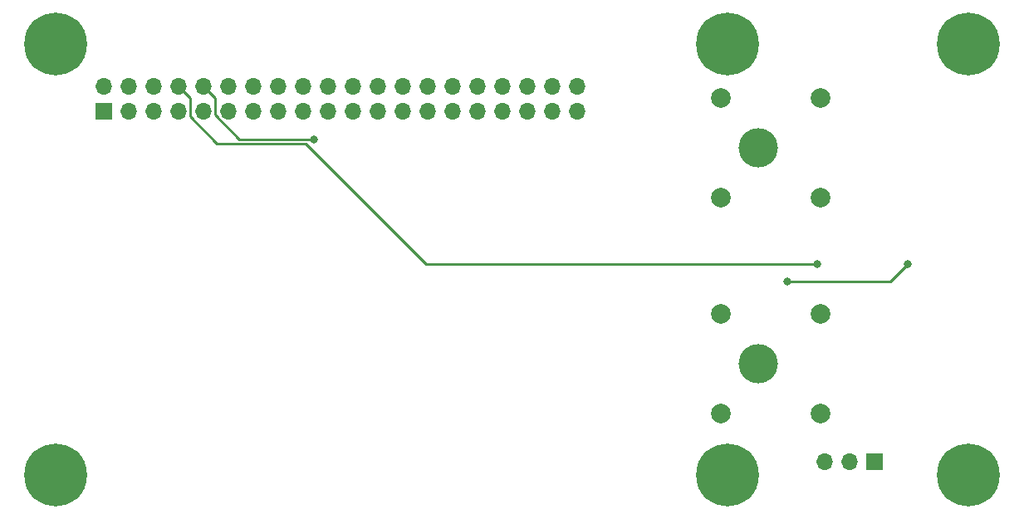
<source format=gbl>
G04 #@! TF.GenerationSoftware,KiCad,Pcbnew,5.1.9+dfsg1-1~bpo10+1*
G04 #@! TF.CreationDate,2022-03-28T22:50:56+02:00*
G04 #@! TF.ProjectId,serial-wio,73657269-616c-42d7-9769-6f2e6b696361,rev?*
G04 #@! TF.SameCoordinates,Original*
G04 #@! TF.FileFunction,Copper,L2,Bot*
G04 #@! TF.FilePolarity,Positive*
%FSLAX46Y46*%
G04 Gerber Fmt 4.6, Leading zero omitted, Abs format (unit mm)*
G04 Created by KiCad (PCBNEW 5.1.9+dfsg1-1~bpo10+1) date 2022-03-28 22:50:56*
%MOMM*%
%LPD*%
G01*
G04 APERTURE LIST*
G04 #@! TA.AperFunction,ComponentPad*
%ADD10C,0.800000*%
G04 #@! TD*
G04 #@! TA.AperFunction,ComponentPad*
%ADD11C,6.400000*%
G04 #@! TD*
G04 #@! TA.AperFunction,ComponentPad*
%ADD12C,2.000000*%
G04 #@! TD*
G04 #@! TA.AperFunction,ComponentPad*
%ADD13C,4.000000*%
G04 #@! TD*
G04 #@! TA.AperFunction,ComponentPad*
%ADD14O,1.700000X1.700000*%
G04 #@! TD*
G04 #@! TA.AperFunction,ComponentPad*
%ADD15R,1.700000X1.700000*%
G04 #@! TD*
G04 #@! TA.AperFunction,ViaPad*
%ADD16C,0.800000*%
G04 #@! TD*
G04 #@! TA.AperFunction,Conductor*
%ADD17C,0.250000*%
G04 #@! TD*
G04 APERTURE END LIST*
D10*
X178127056Y-103182944D03*
X176430000Y-102480000D03*
X174732944Y-103182944D03*
X174030000Y-104880000D03*
X174732944Y-106577056D03*
X176430000Y-107280000D03*
X178127056Y-106577056D03*
X178830000Y-104880000D03*
D11*
X176430000Y-104880000D03*
D10*
X153627056Y-103182944D03*
X151930000Y-102480000D03*
X150232944Y-103182944D03*
X149530000Y-104880000D03*
X150232944Y-106577056D03*
X151930000Y-107280000D03*
X153627056Y-106577056D03*
X154330000Y-104880000D03*
D11*
X151930000Y-104880000D03*
D10*
X85127056Y-103182944D03*
X83430000Y-102480000D03*
X81732944Y-103182944D03*
X81030000Y-104880000D03*
X81732944Y-106577056D03*
X83430000Y-107280000D03*
X85127056Y-106577056D03*
X85830000Y-104880000D03*
D11*
X83430000Y-104880000D03*
D10*
X85127056Y-59182944D03*
X83430000Y-58480000D03*
X81732944Y-59182944D03*
X81030000Y-60880000D03*
X81732944Y-62577056D03*
X83430000Y-63280000D03*
X85127056Y-62577056D03*
X85830000Y-60880000D03*
D11*
X83430000Y-60880000D03*
D10*
X153627056Y-59182944D03*
X151930000Y-58480000D03*
X150232944Y-59182944D03*
X149530000Y-60880000D03*
X150232944Y-62577056D03*
X151930000Y-63280000D03*
X153627056Y-62577056D03*
X154330000Y-60880000D03*
D11*
X151930000Y-60880000D03*
D10*
X178127056Y-59182944D03*
X176430000Y-58480000D03*
X174732944Y-59182944D03*
X174030000Y-60880000D03*
X174732944Y-62577056D03*
X176430000Y-63280000D03*
X178127056Y-62577056D03*
X178830000Y-60880000D03*
D11*
X176430000Y-60880000D03*
D12*
X151230000Y-98560000D03*
X151230000Y-88400000D03*
X161390000Y-98560000D03*
X161390000Y-88400000D03*
D13*
X155030000Y-93480000D03*
D12*
X151230000Y-76560000D03*
X151230000Y-66400000D03*
X161390000Y-76560000D03*
X161390000Y-66400000D03*
D13*
X155030000Y-71480000D03*
D14*
X161850000Y-103480000D03*
X164390000Y-103480000D03*
D15*
X166930000Y-103480000D03*
X88330000Y-67755000D03*
D14*
X88330000Y-65215000D03*
X90870000Y-67755000D03*
X90870000Y-65215000D03*
X93410000Y-67755000D03*
X93410000Y-65215000D03*
X95950000Y-67755000D03*
X95950000Y-65215000D03*
X98490000Y-67755000D03*
X98490000Y-65215000D03*
X101030000Y-67755000D03*
X101030000Y-65215000D03*
X103570000Y-67755000D03*
X103570000Y-65215000D03*
X106110000Y-67755000D03*
X106110000Y-65215000D03*
X108650000Y-67755000D03*
X108650000Y-65215000D03*
X111190000Y-67755000D03*
X111190000Y-65215000D03*
X113730000Y-67755000D03*
X113730000Y-65215000D03*
X116270000Y-67755000D03*
X116270000Y-65215000D03*
X118810000Y-67755000D03*
X118810000Y-65215000D03*
X121350000Y-67755000D03*
X121350000Y-65215000D03*
X123890000Y-67755000D03*
X123890000Y-65215000D03*
X126430000Y-67755000D03*
X126430000Y-65215000D03*
X128970000Y-67755000D03*
X128970000Y-65215000D03*
X131510000Y-67755000D03*
X131510000Y-65215000D03*
X134050000Y-67755000D03*
X134050000Y-65215000D03*
X136590000Y-67755000D03*
X136590000Y-65215000D03*
D16*
X109728000Y-70612000D03*
X170307000Y-83312000D03*
X157988000Y-85090000D03*
X161036000Y-83312000D03*
D17*
X99665001Y-66390001D02*
X98490000Y-65215000D01*
X99665001Y-68129003D02*
X99665001Y-66390001D01*
X102147998Y-70612000D02*
X99665001Y-68129003D01*
X109728000Y-70612000D02*
X102147998Y-70612000D01*
X170307000Y-83312000D02*
X168529000Y-85090000D01*
X168529000Y-85090000D02*
X157988000Y-85090000D01*
X97125001Y-68319001D02*
X97125001Y-66390001D01*
X97125001Y-66390001D02*
X95950000Y-65215000D01*
X99868010Y-71062010D02*
X97125001Y-68319001D01*
X108908010Y-71062010D02*
X99868010Y-71062010D01*
X121158000Y-83312000D02*
X121094500Y-83248500D01*
X161036000Y-83312000D02*
X121158000Y-83312000D01*
X121094500Y-83248500D02*
X108908010Y-71062010D01*
M02*

</source>
